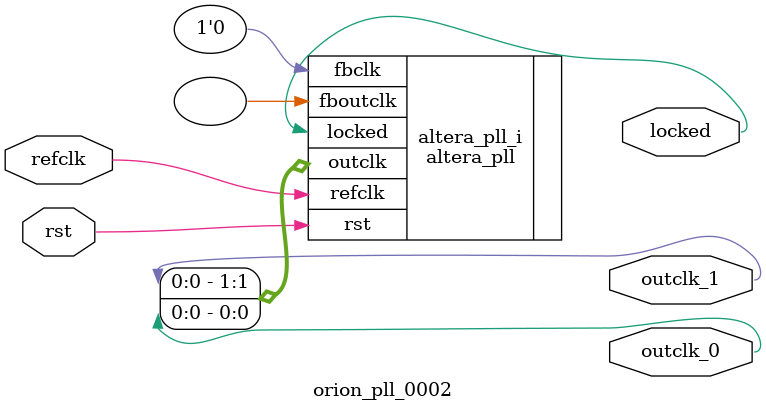
<source format=v>
`timescale 1ns/10ps
module  orion_pll_0002(

	// interface 'refclk'
	input wire refclk,

	// interface 'reset'
	input wire rst,

	// interface 'outclk0'
	output wire outclk_0,

	// interface 'outclk1'
	output wire outclk_1,

	// interface 'locked'
	output wire locked
);

	altera_pll #(
		.fractional_vco_multiplier("false"),
		.reference_clock_frequency("50.0 MHz"),
		.operation_mode("direct"),
		.number_of_clocks(2),
		.output_clock_frequency0("25.000000 MHz"),
		.phase_shift0("0 ps"),
		.duty_cycle0(50),
		.output_clock_frequency1("100.000000 MHz"),
		.phase_shift1("0 ps"),
		.duty_cycle1(50),
		.output_clock_frequency2("0 MHz"),
		.phase_shift2("0 ps"),
		.duty_cycle2(50),
		.output_clock_frequency3("0 MHz"),
		.phase_shift3("0 ps"),
		.duty_cycle3(50),
		.output_clock_frequency4("0 MHz"),
		.phase_shift4("0 ps"),
		.duty_cycle4(50),
		.output_clock_frequency5("0 MHz"),
		.phase_shift5("0 ps"),
		.duty_cycle5(50),
		.output_clock_frequency6("0 MHz"),
		.phase_shift6("0 ps"),
		.duty_cycle6(50),
		.output_clock_frequency7("0 MHz"),
		.phase_shift7("0 ps"),
		.duty_cycle7(50),
		.output_clock_frequency8("0 MHz"),
		.phase_shift8("0 ps"),
		.duty_cycle8(50),
		.output_clock_frequency9("0 MHz"),
		.phase_shift9("0 ps"),
		.duty_cycle9(50),
		.output_clock_frequency10("0 MHz"),
		.phase_shift10("0 ps"),
		.duty_cycle10(50),
		.output_clock_frequency11("0 MHz"),
		.phase_shift11("0 ps"),
		.duty_cycle11(50),
		.output_clock_frequency12("0 MHz"),
		.phase_shift12("0 ps"),
		.duty_cycle12(50),
		.output_clock_frequency13("0 MHz"),
		.phase_shift13("0 ps"),
		.duty_cycle13(50),
		.output_clock_frequency14("0 MHz"),
		.phase_shift14("0 ps"),
		.duty_cycle14(50),
		.output_clock_frequency15("0 MHz"),
		.phase_shift15("0 ps"),
		.duty_cycle15(50),
		.output_clock_frequency16("0 MHz"),
		.phase_shift16("0 ps"),
		.duty_cycle16(50),
		.output_clock_frequency17("0 MHz"),
		.phase_shift17("0 ps"),
		.duty_cycle17(50),
		.pll_type("General"),
		.pll_subtype("General")
	) altera_pll_i (
		.rst	(rst),
		.outclk	({outclk_1, outclk_0}),
		.locked	(locked),
		.fboutclk	( ),
		.fbclk	(1'b0),
		.refclk	(refclk)
	);
endmodule


</source>
